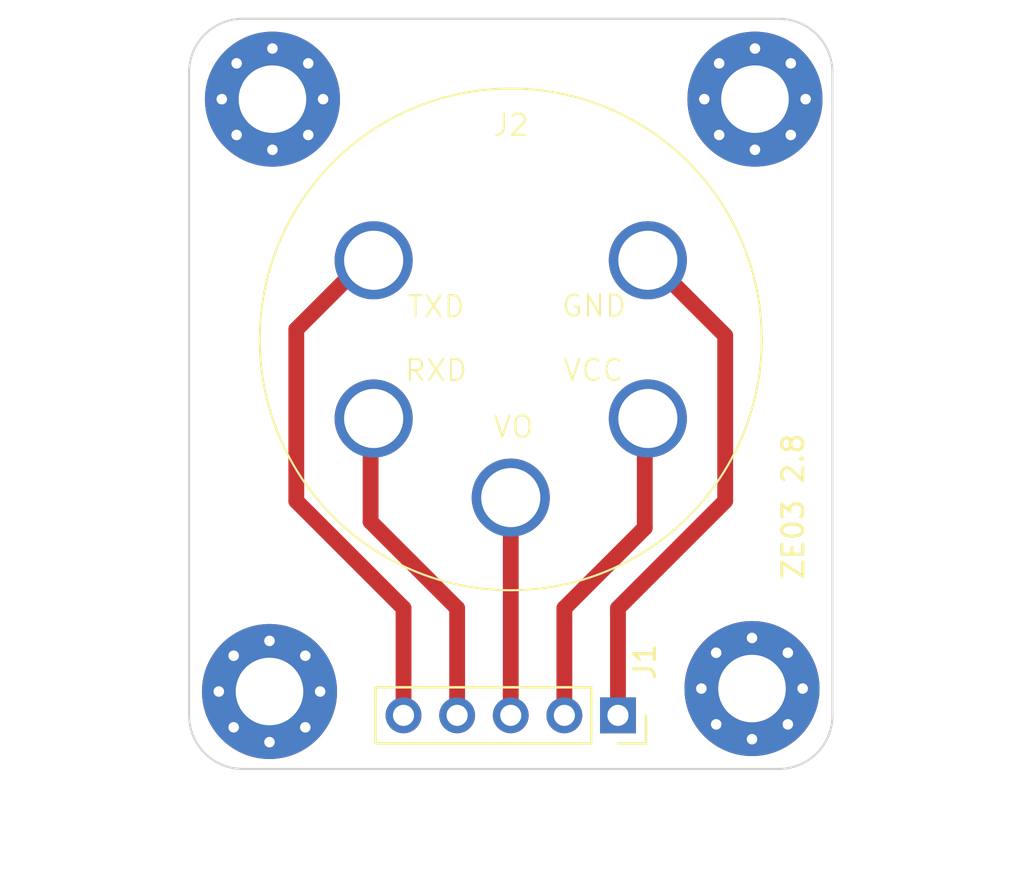
<source format=kicad_pcb>
(kicad_pcb (version 20221018) (generator pcbnew)
  (layers (0 "F.Cu" signal) (31 "B.Cu" signal) (34 "B.Paste" user) (35 "F.Paste" user) (36 "B.SilkS" user "B.Silkscreen") (37 "F.SilkS" user "F.Silkscreen") (38 "B.Mask" user) (39 "F.Mask" user) (44 "Edge.Cuts" user))
  (net 0 "")
  (net 1 "Net-(J1-Pin_1)")
  (net 2 "Net-(J1-Pin_2)")
  (net 3 "Net-(J1-Pin_3)")
  (net 4 "Net-(J1-Pin_4)")
  (net 5 "Net-(J1-Pin_5)")
  (footprint "MountingHole:MountingHole_3.2mm_M3_Pad_Via" (layer "F.Cu") (at 23 24.13)
    (fp_text reference "REF**" hide)
    (fp_text value "MountingHole_3.2mm_M3_Pad_Via")
    (pad "1" thru_hole circle (at -2.4 0) (size 0.8 0.8) (drill 0.5) (layers "*.Cu" "*.Mask"))
    (pad "1" thru_hole circle (at -1.697056 -1.697056) (size 0.8 0.8) (drill 0.5) (layers "*.Cu" "*.Mask"))
    (pad "1" thru_hole circle (at -1.697056 1.697056) (size 0.8 0.8) (drill 0.5) (layers "*.Cu" "*.Mask"))
    (pad "1" thru_hole circle (at 0 -2.4) (size 0.8 0.8) (drill 0.5) (layers "*.Cu" "*.Mask"))
    (pad "1" thru_hole circle (at 0 0) (size 6.4 6.4) (drill 3.2) (layers "*.Cu" "*.Mask"))
    (pad "1" thru_hole circle (at 0 2.4) (size 0.8 0.8) (drill 0.5) (layers "*.Cu" "*.Mask"))
    (pad "1" thru_hole circle (at 1.697056 -1.697056) (size 0.8 0.8) (drill 0.5) (layers "*.Cu" "*.Mask"))
    (pad "1" thru_hole circle (at 1.697056 1.697056) (size 0.8 0.8) (drill 0.5) (layers "*.Cu" "*.Mask"))
    (pad "1" thru_hole circle (at 2.4 0) (size 0.8 0.8) (drill 0.5) (layers "*.Cu" "*.Mask"))
  )
  (footprint "Connector_PinSocket_2.54mm:PinSocket_1x05_P2.54mm_Vertical" (layer "F.Cu") (at 39.37 53.34 -90)
    (fp_text reference "J1" (at -2.54 -1.27 90) (layer "F.SilkS"))
    (fp_text value "Conn_01x05_Socket")
    (fp_line (start -1.33 1.27) (end -1.33 11.49) (stroke (width 0.12)) (layer "F.SilkS"))
    (fp_line (start -1.33 1.27) (end 1.33 1.27) (stroke (width 0.12)) (layer "F.SilkS"))
    (fp_line (start -1.33 11.49) (end 1.33 11.49) (stroke (width 0.12)) (layer "F.SilkS"))
    (fp_line (start 0 -1.33) (end 1.33 -1.33) (stroke (width 0.12)) (layer "F.SilkS"))
    (fp_line (start 1.33 -1.33) (end 1.33 0) (stroke (width 0.12)) (layer "F.SilkS"))
    (fp_line (start 1.33 1.27) (end 1.33 11.49) (stroke (width 0.12)) (layer "F.SilkS"))
    (pad "1" thru_hole rect (at 0 0 270) (size 1.7 1.7) (drill 1) (layers "*.Cu" "*.Mask") (net 1 "Net-(J1-Pin_1)"))
    (pad "2" thru_hole oval (at 0 2.54 270) (size 1.7 1.7) (drill 1) (layers "*.Cu" "*.Mask") (net 2 "Net-(J1-Pin_2)"))
    (pad "3" thru_hole oval (at 0 5.08 270) (size 1.7 1.7) (drill 1) (layers "*.Cu" "*.Mask") (net 3 "Net-(J1-Pin_3)"))
    (pad "4" thru_hole oval (at 0 7.62 270) (size 1.7 1.7) (drill 1) (layers "*.Cu" "*.Mask") (net 4 "Net-(J1-Pin_4)"))
    (pad "5" thru_hole oval (at 0 10.16 270) (size 1.7 1.7) (drill 1) (layers "*.Cu" "*.Mask") (net 5 "Net-(J1-Pin_5)"))
  )
  (footprint "MountingHole:MountingHole_3.2mm_M3_Pad_Via" (layer "F.Cu") (at 45.72 52.07)
    (fp_text reference "REF**" hide)
    (fp_text value "MountingHole_3.2mm_M3_Pad_Via")
    (pad "1" thru_hole circle (at -2.4 0) (size 0.8 0.8) (drill 0.5) (layers "*.Cu" "*.Mask"))
    (pad "1" thru_hole circle (at -1.697056 -1.697056) (size 0.8 0.8) (drill 0.5) (layers "*.Cu" "*.Mask"))
    (pad "1" thru_hole circle (at -1.697056 1.697056) (size 0.8 0.8) (drill 0.5) (layers "*.Cu" "*.Mask"))
    (pad "1" thru_hole circle (at 0 -2.4) (size 0.8 0.8) (drill 0.5) (layers "*.Cu" "*.Mask"))
    (pad "1" thru_hole circle (at 0 0) (size 6.4 6.4) (drill 3.2) (layers "*.Cu" "*.Mask"))
    (pad "1" thru_hole circle (at 0 2.4) (size 0.8 0.8) (drill 0.5) (layers "*.Cu" "*.Mask"))
    (pad "1" thru_hole circle (at 1.697056 -1.697056) (size 0.8 0.8) (drill 0.5) (layers "*.Cu" "*.Mask"))
    (pad "1" thru_hole circle (at 1.697056 1.697056) (size 0.8 0.8) (drill 0.5) (layers "*.Cu" "*.Mask"))
    (pad "1" thru_hole circle (at 2.4 0) (size 0.8 0.8) (drill 0.5) (layers "*.Cu" "*.Mask"))
  )
  (footprint "MountingHole:MountingHole_3.2mm_M3_Pad_Via" (layer "F.Cu") (at 45.86 24.13)
    (fp_text reference "REF**" hide)
    (fp_text value "MountingHole_3.2mm_M3_Pad_Via")
    (pad "1" thru_hole circle (at -2.4 0) (size 0.8 0.8) (drill 0.5) (layers "*.Cu" "*.Mask"))
    (pad "1" thru_hole circle (at -1.697056 -1.697056) (size 0.8 0.8) (drill 0.5) (layers "*.Cu" "*.Mask"))
    (pad "1" thru_hole circle (at -1.697056 1.697056) (size 0.8 0.8) (drill 0.5) (layers "*.Cu" "*.Mask"))
    (pad "1" thru_hole circle (at 0 -2.4) (size 0.8 0.8) (drill 0.5) (layers "*.Cu" "*.Mask"))
    (pad "1" thru_hole circle (at 0 0) (size 6.4 6.4) (drill 3.2) (layers "*.Cu" "*.Mask"))
    (pad "1" thru_hole circle (at 0 2.4) (size 0.8 0.8) (drill 0.5) (layers "*.Cu" "*.Mask"))
    (pad "1" thru_hole circle (at 1.697056 -1.697056) (size 0.8 0.8) (drill 0.5) (layers "*.Cu" "*.Mask"))
    (pad "1" thru_hole circle (at 1.697056 1.697056) (size 0.8 0.8) (drill 0.5) (layers "*.Cu" "*.Mask"))
    (pad "1" thru_hole circle (at 2.4 0) (size 0.8 0.8) (drill 0.5) (layers "*.Cu" "*.Mask"))
  )
  (footprint "MountingHole:MountingHole_3.2mm_M3_Pad_Via" (layer "F.Cu") (at 22.86 52.21)
    (fp_text reference "REF**" hide)
    (fp_text value "MountingHole_3.2mm_M3_Pad_Via")
    (pad "1" thru_hole circle (at -2.4 0) (size 0.8 0.8) (drill 0.5) (layers "*.Cu" "*.Mask"))
    (pad "1" thru_hole circle (at -1.697056 -1.697056) (size 0.8 0.8) (drill 0.5) (layers "*.Cu" "*.Mask"))
    (pad "1" thru_hole circle (at -1.697056 1.697056) (size 0.8 0.8) (drill 0.5) (layers "*.Cu" "*.Mask"))
    (pad "1" thru_hole circle (at 0 -2.4) (size 0.8 0.8) (drill 0.5) (layers "*.Cu" "*.Mask"))
    (pad "1" thru_hole circle (at 0 0) (size 6.4 6.4) (drill 3.2) (layers "*.Cu" "*.Mask"))
    (pad "1" thru_hole circle (at 0 2.4) (size 0.8 0.8) (drill 0.5) (layers "*.Cu" "*.Mask"))
    (pad "1" thru_hole circle (at 1.697056 -1.697056) (size 0.8 0.8) (drill 0.5) (layers "*.Cu" "*.Mask"))
    (pad "1" thru_hole circle (at 1.697056 1.697056) (size 0.8 0.8) (drill 0.5) (layers "*.Cu" "*.Mask"))
    (pad "1" thru_hole circle (at 2.4 0) (size 0.8 0.8) (drill 0.5) (layers "*.Cu" "*.Mask"))
  )
  (footprint "sensors:ZE03 2.8" (layer "F.Cu") (at 34.29 35.517461)
    (fp_text reference "J2" (at 0 -10.16 unlocked) (layer "F.SilkS") (effects (font (thickness 0.1))))
    (fp_text value "ZE03")
    (fp_text user "GND" (at 2.354566 -0.996442 unlocked) (layer "F.SilkS") (effects (font (thickness 0.1)) (justify left bottom)))
    (fp_text user "VO" (at -0.894691 4.734406 unlocked) (layer "F.SilkS") (effects (font (thickness 0.1)) (justify left bottom)))
    (fp_text user "TXD" (at -4.958079 -0.969248 unlocked) (layer "F.SilkS") (effects (font (thickness 0.1)) (justify left bottom)))
    (fp_text user "VCC" (at 2.423121 2.050333 unlocked) (layer "F.SilkS") (effects (font (thickness 0.1)) (justify left bottom)))
    (fp_text user "RXD" (at -5.08 2.050333 unlocked) (layer "F.SilkS") (effects (font (thickness 0.1)) (justify left bottom)))
    (fp_circle (center 0 0) (end 11.891935 -0.111836) (stroke (width 0.1)) (fill none) (layer "F.SilkS"))
    (pad "1" thru_hole circle (at 6.4951 -3.75) (size 3.7 3.7) (drill 2.8) (layers "*.Cu" "*.Mask") (net 1 "Net-(J1-Pin_1)"))
    (pad "2" thru_hole circle (at 6.4951 3.75) (size 3.7 3.7) (drill 2.8) (layers "*.Cu" "*.Mask") (net 2 "Net-(J1-Pin_2)"))
    (pad "3" thru_hole circle (at 0 7.5) (size 3.7 3.7) (drill 2.8) (layers "*.Cu" "*.Mask") (net 3 "Net-(J1-Pin_3)"))
    (pad "4" thru_hole circle (at -6.4951 3.75) (size 3.7 3.7) (drill 2.8) (layers "*.Cu" "*.Mask") (net 4 "Net-(J1-Pin_4)"))
    (pad "5" thru_hole circle (at -6.4951 -3.75) (size 3.7 3.7) (drill 2.8) (layers "*.Cu" "*.Mask") (net 5 "Net-(J1-Pin_5)"))
  )
  (gr_line (start 46.99 55.88) (end 21.59 55.88) (stroke (width 0.1)) (layer "Edge.Cuts"))
  (gr_line (start 19.05 53.34) (end 19.05 22.86) (stroke (width 0.1)) (layer "Edge.Cuts"))
  (gr_line (start 49.53 22.86) (end 49.53 53.34) (stroke (width 0.1)) (layer "Edge.Cuts"))
  (gr_arc (start 21.59 55.88) (mid 19.793949 55.136051) (end 19.05 53.34) (stroke (width 0.1)) (layer "Edge.Cuts"))
  (gr_line (start 21.59 20.32) (end 46.99 20.32) (stroke (width 0.1)) (layer "Edge.Cuts"))
  (gr_arc (start 49.53 53.34) (mid 48.786051 55.136051) (end 46.99 55.88) (stroke (width 0.1)) (layer "Edge.Cuts"))
  (gr_arc (start 19.05 22.86) (mid 19.793949 21.063949) (end 21.59 20.32) (stroke (width 0.1)) (layer "Edge.Cuts"))
  (gr_arc (start 46.99 20.32) (mid 48.786051 21.063949) (end 49.53 22.86) (stroke (width 0.1)) (layer "Edge.Cuts"))
  (gr_text "ZE03 2.8\n" (at 48.26 46.99 90) (layer "F.SilkS") (effects (font (size 1 1)) (justify left bottom)))
  (segment (start 44.45 35.335) (end 44.45 43.18) (width 0.75) (layer "F.Cu") (net 1))
  (segment (start 39.37 48.26) (end 39.37 53.34) (width 0.75) (layer "F.Cu") (net 1))
  (segment (start 44.45 43.18) (end 39.37 48.26) (width 0.75) (layer "F.Cu") (net 1))
  (segment (start 40.64 31.525) (end 44.45 35.335) (width 0.75) (layer "F.Cu") (net 1))
  (segment (start 40.64 39.025) (end 40.64 44.45) (width 0.75) (layer "F.Cu") (net 2))
  (segment (start 36.83 48.26) (end 36.83 53.34) (width 0.75) (layer "F.Cu") (net 2))
  (segment (start 40.64 44.45) (end 36.83 48.26) (width 0.75) (layer "F.Cu") (net 2))
  (segment (start 34.1449 42.775) (end 34.29 42.9201) (width 0.75) (layer "F.Cu") (net 3))
  (segment (start 34.29 42.9201) (end 34.29 53.34) (width 0.75) (layer "F.Cu") (net 3))
  (segment (start 27.6498 39.025) (end 27.6498 44.1598) (width 0.75) (layer "F.Cu") (net 4))
  (segment (start 31.75 48.26) (end 31.75 53.34) (width 0.75) (layer "F.Cu") (net 4))
  (segment (start 27.6498 44.1598) (end 31.75 48.26) (width 0.75) (layer "F.Cu") (net 4))
  (segment (start 24.13 43.18) (end 29.21 48.26) (width 0.75) (layer "F.Cu") (net 5))
  (segment (start 24.13 35.0448) (end 24.13 43.18) (width 0.75) (layer "F.Cu") (net 5))
  (segment (start 27.6498 31.525) (end 24.13 35.0448) (width 0.75) (layer "F.Cu") (net 5))
  (segment (start 29.21 48.26) (end 29.21 53.34) (width 0.75) (layer "F.Cu") (net 5))
)
</source>
